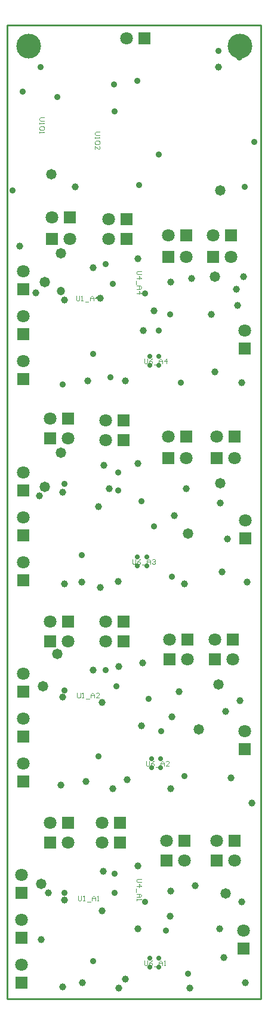
<source format=gbs>
G04*
G04 #@! TF.GenerationSoftware,Altium Limited,Altium Designer,22.3.1 (43)*
G04*
G04 Layer_Color=16711935*
%FSLAX25Y25*%
%MOIN*%
G70*
G04*
G04 #@! TF.SameCoordinates,279A1D3E-A716-413B-99E7-0DBA20A4D314*
G04*
G04*
G04 #@! TF.FilePolarity,Negative*
G04*
G01*
G75*
%ADD15C,0.00394*%
%ADD17C,0.01000*%
%ADD55C,0.07099*%
%ADD56R,0.07099X0.07099*%
%ADD57R,0.07099X0.07099*%
%ADD58C,0.13800*%
%ADD59C,0.05800*%
%ADD60C,0.03556*%
%ADD61C,0.02769*%
%ADD62C,0.03950*%
%ADD63C,0.04737*%
D15*
X38945Y-371745D02*
Y-374041D01*
X39404Y-374500D01*
X40322D01*
X40782Y-374041D01*
Y-371745D01*
X41700Y-374500D02*
X42618D01*
X42159D01*
Y-371745D01*
X41700Y-372204D01*
X43996Y-374959D02*
X45832D01*
X46751Y-374500D02*
Y-372663D01*
X47669Y-371745D01*
X48588Y-372663D01*
Y-374500D01*
Y-373123D01*
X46751D01*
X51342Y-374500D02*
X49506D01*
X51342Y-372663D01*
Y-372204D01*
X50883Y-371745D01*
X49965D01*
X49506Y-372204D01*
X77488Y-409721D02*
Y-412017D01*
X77947Y-412476D01*
X78866D01*
X79325Y-412017D01*
Y-409721D01*
X82080D02*
X81161Y-410181D01*
X80243Y-411099D01*
Y-412017D01*
X80702Y-412476D01*
X81621D01*
X82080Y-412017D01*
Y-411558D01*
X81621Y-411099D01*
X80243D01*
X82998Y-412935D02*
X84835D01*
X85753Y-412476D02*
Y-410640D01*
X86672Y-409721D01*
X87590Y-410640D01*
Y-412476D01*
Y-411099D01*
X85753D01*
X90345Y-412476D02*
X88508D01*
X90345Y-410640D01*
Y-410181D01*
X89886Y-409721D01*
X88967D01*
X88508Y-410181D01*
X69807Y-297280D02*
Y-299576D01*
X70266Y-300035D01*
X71185D01*
X71644Y-299576D01*
Y-297280D01*
X74399D02*
X73480Y-297740D01*
X72562Y-298658D01*
Y-299576D01*
X73021Y-300035D01*
X73940D01*
X74399Y-299576D01*
Y-299117D01*
X73940Y-298658D01*
X72562D01*
X75317Y-300495D02*
X77154D01*
X78072Y-300035D02*
Y-298199D01*
X78991Y-297280D01*
X79909Y-298199D01*
Y-300035D01*
Y-298658D01*
X78072D01*
X80827Y-297740D02*
X81286Y-297280D01*
X82205D01*
X82664Y-297740D01*
Y-298199D01*
X82205Y-298658D01*
X81745D01*
X82205D01*
X82664Y-299117D01*
Y-299576D01*
X82205Y-300035D01*
X81286D01*
X80827Y-299576D01*
X76488Y-185721D02*
Y-188017D01*
X76947Y-188476D01*
X77866D01*
X78325Y-188017D01*
Y-185721D01*
X81080D02*
X80161Y-186180D01*
X79243Y-187099D01*
Y-188017D01*
X79702Y-188476D01*
X80621D01*
X81080Y-188017D01*
Y-187558D01*
X80621Y-187099D01*
X79243D01*
X81998Y-188935D02*
X83835D01*
X84753Y-188476D02*
Y-186640D01*
X85672Y-185721D01*
X86590Y-186640D01*
Y-188476D01*
Y-187099D01*
X84753D01*
X88886Y-188476D02*
Y-185721D01*
X87508Y-187099D01*
X89345D01*
X38500Y-150745D02*
Y-153041D01*
X38959Y-153500D01*
X39878D01*
X40337Y-153041D01*
Y-150745D01*
X41255Y-153500D02*
X42173D01*
X41714D01*
Y-150745D01*
X41255Y-151204D01*
X43551Y-153959D02*
X45388D01*
X46306Y-153500D02*
Y-151663D01*
X47224Y-150745D01*
X48143Y-151663D01*
Y-153500D01*
Y-152122D01*
X46306D01*
X50438Y-153500D02*
Y-150745D01*
X49061Y-152122D01*
X50898D01*
X20755Y-51500D02*
X18459D01*
X18000Y-51959D01*
Y-52877D01*
X18459Y-53337D01*
X20755D01*
X18000Y-54255D02*
Y-55173D01*
Y-54714D01*
X20755D01*
X20296Y-54255D01*
Y-56551D02*
X20755Y-57010D01*
Y-57928D01*
X20296Y-58388D01*
X18459D01*
X18000Y-57928D01*
Y-57010D01*
X18459Y-56551D01*
X20296D01*
X18000Y-59306D02*
Y-60224D01*
Y-59765D01*
X20755D01*
X20296Y-59306D01*
X51755Y-59500D02*
X49459D01*
X49000Y-59959D01*
Y-60878D01*
X49459Y-61337D01*
X51755D01*
X49000Y-62255D02*
Y-63173D01*
Y-62714D01*
X51755D01*
X51296Y-62255D01*
Y-64551D02*
X51755Y-65010D01*
Y-65928D01*
X51296Y-66387D01*
X49459D01*
X49000Y-65928D01*
Y-65010D01*
X49459Y-64551D01*
X51296D01*
X49000Y-69143D02*
Y-67306D01*
X50837Y-69143D01*
X51296D01*
X51755Y-68683D01*
Y-67765D01*
X51296Y-67306D01*
X75015Y-136913D02*
X72719D01*
X72260Y-137373D01*
Y-138291D01*
X72719Y-138750D01*
X75015D01*
X72260Y-141046D02*
X75015D01*
X73637Y-139668D01*
Y-141505D01*
X71801Y-142423D02*
Y-144260D01*
X72260Y-145178D02*
X74097D01*
X75015Y-146097D01*
X74097Y-147015D01*
X72260D01*
X73637D01*
Y-145178D01*
X72260Y-149311D02*
X75015D01*
X73637Y-147933D01*
Y-149770D01*
X39563Y-484745D02*
Y-487041D01*
X40022Y-487500D01*
X40940D01*
X41400Y-487041D01*
Y-484745D01*
X42318Y-487500D02*
X43236D01*
X42777D01*
Y-484745D01*
X42318Y-485204D01*
X44614Y-487959D02*
X46450D01*
X47369Y-487500D02*
Y-485663D01*
X48287Y-484745D01*
X49206Y-485663D01*
Y-487500D01*
Y-486123D01*
X47369D01*
X50124Y-487500D02*
X51042D01*
X50583D01*
Y-484745D01*
X50124Y-485204D01*
X76488Y-520721D02*
Y-523017D01*
X76947Y-523476D01*
X77866D01*
X78325Y-523017D01*
Y-520721D01*
X81080D02*
X80161Y-521180D01*
X79243Y-522099D01*
Y-523017D01*
X79702Y-523476D01*
X80621D01*
X81080Y-523017D01*
Y-522558D01*
X80621Y-522099D01*
X79243D01*
X81998Y-523936D02*
X83835D01*
X84753Y-523476D02*
Y-521640D01*
X85672Y-520721D01*
X86590Y-521640D01*
Y-523476D01*
Y-522099D01*
X84753D01*
X87508Y-523476D02*
X88427D01*
X87967D01*
Y-520721D01*
X87508Y-521180D01*
X75015Y-475347D02*
X72719D01*
X72260Y-475806D01*
Y-476724D01*
X72719Y-477183D01*
X75015D01*
X72260Y-479479D02*
X75015D01*
X73637Y-478101D01*
Y-479938D01*
X71801Y-480857D02*
Y-482693D01*
X72260Y-483611D02*
X74097D01*
X75015Y-484530D01*
X74097Y-485448D01*
X72260D01*
X73637D01*
Y-483611D01*
X72260Y-486367D02*
Y-487285D01*
Y-486826D01*
X75015D01*
X74556Y-486367D01*
D17*
X0Y-542000D02*
Y0D01*
Y-542000D02*
X141732D01*
X0Y0D02*
X141732D01*
Y-542000D02*
Y0D01*
D55*
X33937Y-455000D02*
D03*
X23937Y-444000D02*
D03*
X89000Y-454000D02*
D03*
X53000Y-444000D02*
D03*
X99000Y-465000D02*
D03*
X127000D02*
D03*
X53000Y-455000D02*
D03*
X117000Y-454000D02*
D03*
X8000Y-473000D02*
D03*
X132000Y-504000D02*
D03*
X8000Y-498000D02*
D03*
Y-523000D02*
D03*
X33937Y-343000D02*
D03*
X23937Y-332000D02*
D03*
X90500Y-342000D02*
D03*
X55063Y-332000D02*
D03*
X100500Y-353000D02*
D03*
X126000D02*
D03*
X55000Y-343000D02*
D03*
X116000Y-342000D02*
D03*
X9000Y-361000D02*
D03*
X132500Y-393000D02*
D03*
X9000Y-386000D02*
D03*
Y-411000D02*
D03*
X115000Y-117000D02*
D03*
X125000Y-129000D02*
D03*
X90000Y-117000D02*
D03*
X9000Y-137000D02*
D03*
X56500Y-108000D02*
D03*
X35000Y-119000D02*
D03*
X66500Y-7500D02*
D03*
X9000Y-162000D02*
D03*
X132500Y-170000D02*
D03*
X9000Y-186937D02*
D03*
X56500Y-119000D02*
D03*
X25000Y-107000D02*
D03*
X117000Y-229000D02*
D03*
X55000Y-231000D02*
D03*
X90000Y-229000D02*
D03*
X55000Y-220000D02*
D03*
X24000Y-219000D02*
D03*
X34000Y-230000D02*
D03*
X127000Y-241000D02*
D03*
X100000D02*
D03*
Y-129000D02*
D03*
X9000Y-299000D02*
D03*
Y-274000D02*
D03*
X133000Y-275874D02*
D03*
X9000Y-249000D02*
D03*
D56*
X23937Y-455000D02*
D03*
X33937Y-444000D02*
D03*
X99000Y-454000D02*
D03*
X63000Y-444000D02*
D03*
X89000Y-465000D02*
D03*
X117000D02*
D03*
X63000Y-455000D02*
D03*
X127000Y-454000D02*
D03*
X23937Y-343000D02*
D03*
X33937Y-332000D02*
D03*
X100500Y-342000D02*
D03*
X65063Y-332000D02*
D03*
X90500Y-353000D02*
D03*
X116000D02*
D03*
X65000Y-343000D02*
D03*
X126000Y-342000D02*
D03*
X125000Y-117000D02*
D03*
X115000Y-129000D02*
D03*
X100000Y-117000D02*
D03*
X66500Y-108000D02*
D03*
X25000Y-119000D02*
D03*
X76500Y-7500D02*
D03*
X66500Y-119000D02*
D03*
X35000Y-107000D02*
D03*
X127000Y-229000D02*
D03*
X65000Y-231000D02*
D03*
X100000Y-229000D02*
D03*
X65000Y-220000D02*
D03*
X34000Y-219000D02*
D03*
X24000Y-230000D02*
D03*
X117000Y-241000D02*
D03*
X90000D02*
D03*
Y-129000D02*
D03*
D57*
X8000Y-483000D02*
D03*
X132000Y-514000D02*
D03*
X8000Y-508000D02*
D03*
Y-533000D02*
D03*
X9000Y-371000D02*
D03*
X132500Y-403000D02*
D03*
X9000Y-396000D02*
D03*
Y-421000D02*
D03*
Y-147000D02*
D03*
Y-172000D02*
D03*
X132500Y-180000D02*
D03*
X9000Y-196937D02*
D03*
Y-309000D02*
D03*
Y-284000D02*
D03*
X133000Y-285874D02*
D03*
X9000Y-259000D02*
D03*
D58*
X11811Y-11811D02*
D03*
X129921D02*
D03*
D59*
X28000Y-350000D02*
D03*
X20000Y-368000D02*
D03*
X107000Y-392000D02*
D03*
X118000Y-367000D02*
D03*
X101000Y-283000D02*
D03*
X21000Y-257000D02*
D03*
X30000Y-238000D02*
D03*
X119000Y-255000D02*
D03*
X116000Y-140000D02*
D03*
X119000Y-92000D02*
D03*
X30000Y-127000D02*
D03*
X21000Y-143000D02*
D03*
X24500Y-83000D02*
D03*
X19000Y-478000D02*
D03*
X122000Y-483260D02*
D03*
D60*
X79000Y-375000D02*
D03*
X51000Y-407000D02*
D03*
X86000Y-393000D02*
D03*
X99000Y-418000D02*
D03*
X55063Y-359000D02*
D03*
X61000Y-368000D02*
D03*
X32000Y-370260D02*
D03*
X62000Y-259000D02*
D03*
Y-249173D02*
D03*
X92000Y-307000D02*
D03*
X82000Y-279000D02*
D03*
X75000Y-265000D02*
D03*
X41445Y-295000D02*
D03*
X31890Y-255260D02*
D03*
X31000Y-200000D02*
D03*
X57437Y-196000D02*
D03*
X55000Y-133000D02*
D03*
X59000Y-144000D02*
D03*
X137795Y-65144D02*
D03*
X8500Y-37000D02*
D03*
X72500Y-31000D02*
D03*
X118000Y-14500D02*
D03*
X18500Y-23500D02*
D03*
X91000Y-161000D02*
D03*
X73500Y-89000D02*
D03*
X28055Y-40000D02*
D03*
X59500Y-33000D02*
D03*
X60000Y-48000D02*
D03*
X129500Y-18000D02*
D03*
X132500Y-90000D02*
D03*
X84500Y-72000D02*
D03*
X3000Y-92000D02*
D03*
X77000Y-149260D02*
D03*
X48000Y-183000D02*
D03*
X97000Y-199000D02*
D03*
X84500Y-170000D02*
D03*
X32000Y-483000D02*
D03*
X48000Y-521000D02*
D03*
X77000Y-488000D02*
D03*
X88563Y-504000D02*
D03*
X101000Y-528000D02*
D03*
X60000Y-472433D02*
D03*
Y-483000D02*
D03*
D61*
X80441Y-408441D02*
D03*
X85559D02*
D03*
X80441Y-413559D02*
D03*
X85559D02*
D03*
X72760Y-296000D02*
D03*
X77878D02*
D03*
X72760Y-301118D02*
D03*
X77878D02*
D03*
X84559Y-189559D02*
D03*
X79441D02*
D03*
X84559Y-184441D02*
D03*
X79441D02*
D03*
Y-519441D02*
D03*
X84559D02*
D03*
X79441Y-524559D02*
D03*
X84559D02*
D03*
D62*
X31000Y-260000D02*
D03*
X61937Y-309906D02*
D03*
X57000Y-258000D02*
D03*
X41445Y-310000D02*
D03*
X134000D02*
D03*
X99000Y-311000D02*
D03*
X123000Y-286000D02*
D03*
X119000Y-266000D02*
D03*
X100000Y-258000D02*
D03*
X120000Y-304559D02*
D03*
X51000Y-268000D02*
D03*
X93319Y-273000D02*
D03*
X73000Y-244000D02*
D03*
X54063Y-245000D02*
D03*
X18000Y-262000D02*
D03*
X52000Y-313000D02*
D03*
X32000Y-311000D02*
D03*
X16000Y-149000D02*
D03*
X66000Y-198000D02*
D03*
X76000Y-170000D02*
D03*
X114000Y-161000D02*
D03*
X132000Y-140000D02*
D03*
X38000Y-90000D02*
D03*
X128000Y-147000D02*
D03*
X103000Y-141000D02*
D03*
X7000Y-123000D02*
D03*
X45000Y-198000D02*
D03*
X131000Y-199000D02*
D03*
X128563Y-156000D02*
D03*
X118000Y-23500D02*
D03*
X32000Y-153000D02*
D03*
X116000Y-192968D02*
D03*
X48000Y-135000D02*
D03*
X91252Y-143000D02*
D03*
X52000Y-152000D02*
D03*
X73000Y-130000D02*
D03*
X31000Y-535405D02*
D03*
X48000Y-359000D02*
D03*
X31000Y-374000D02*
D03*
X53000Y-377000D02*
D03*
X59000Y-425000D02*
D03*
X30000Y-423000D02*
D03*
X67000Y-419937D02*
D03*
X92000Y-385000D02*
D03*
X125000Y-419000D02*
D03*
X122000Y-382000D02*
D03*
X96000Y-371000D02*
D03*
X73000Y-468000D02*
D03*
X53650Y-471000D02*
D03*
X23000Y-483000D02*
D03*
X32000Y-487063D02*
D03*
X53000Y-493000D02*
D03*
X62382Y-536000D02*
D03*
X66000Y-531000D02*
D03*
X91000Y-496000D02*
D03*
X133000Y-533000D02*
D03*
X91252Y-482000D02*
D03*
X131000Y-488000D02*
D03*
X129921Y-376000D02*
D03*
X105000Y-479000D02*
D03*
X102000Y-536000D02*
D03*
X73000Y-503000D02*
D03*
X121063Y-519063D02*
D03*
X42063Y-533000D02*
D03*
X19000Y-509000D02*
D03*
X136437Y-433000D02*
D03*
X91252Y-425000D02*
D03*
X118610Y-503000D02*
D03*
X62382Y-357000D02*
D03*
X44000Y-421000D02*
D03*
X75000Y-390000D02*
D03*
X82000Y-159000D02*
D03*
X75740Y-355000D02*
D03*
D63*
X30000Y-148000D02*
D03*
M02*

</source>
